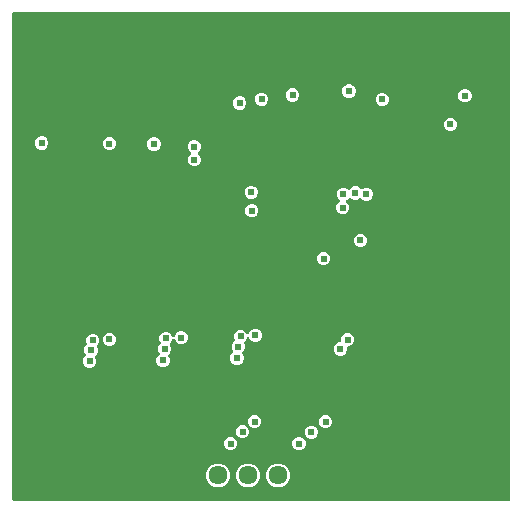
<source format=gbr>
G04 EAGLE Gerber RS-274X export*
G75*
%MOMM*%
%FSLAX34Y34*%
%LPD*%
%INCopper Layer 15*%
%IPPOS*%
%AMOC8*
5,1,8,0,0,1.08239X$1,22.5*%
G01*
%ADD10C,1.616000*%
%ADD11C,0.610000*%

G36*
X424684Y4010D02*
X424684Y4010D01*
X424748Y4009D01*
X424823Y4030D01*
X424899Y4041D01*
X424958Y4067D01*
X425020Y4084D01*
X425086Y4125D01*
X425156Y4157D01*
X425205Y4199D01*
X425260Y4232D01*
X425312Y4290D01*
X425370Y4340D01*
X425406Y4394D01*
X425449Y4442D01*
X425482Y4511D01*
X425525Y4576D01*
X425544Y4638D01*
X425572Y4695D01*
X425583Y4765D01*
X425607Y4846D01*
X425608Y4931D01*
X425619Y5000D01*
X425619Y417000D01*
X425610Y417064D01*
X425611Y417128D01*
X425590Y417203D01*
X425579Y417279D01*
X425553Y417338D01*
X425536Y417400D01*
X425495Y417466D01*
X425463Y417536D01*
X425421Y417585D01*
X425388Y417640D01*
X425330Y417692D01*
X425280Y417750D01*
X425226Y417786D01*
X425178Y417829D01*
X425109Y417862D01*
X425044Y417905D01*
X424982Y417924D01*
X424925Y417952D01*
X424855Y417963D01*
X424774Y417987D01*
X424689Y417988D01*
X424620Y417999D01*
X5000Y417999D01*
X4936Y417990D01*
X4872Y417991D01*
X4797Y417970D01*
X4721Y417959D01*
X4662Y417933D01*
X4600Y417916D01*
X4534Y417875D01*
X4464Y417843D01*
X4415Y417801D01*
X4360Y417768D01*
X4308Y417710D01*
X4250Y417660D01*
X4214Y417606D01*
X4171Y417558D01*
X4138Y417489D01*
X4095Y417424D01*
X4076Y417362D01*
X4048Y417305D01*
X4037Y417235D01*
X4013Y417154D01*
X4012Y417069D01*
X4001Y417000D01*
X4001Y5000D01*
X4010Y4936D01*
X4009Y4872D01*
X4030Y4797D01*
X4041Y4721D01*
X4067Y4662D01*
X4084Y4600D01*
X4125Y4534D01*
X4157Y4464D01*
X4199Y4415D01*
X4232Y4360D01*
X4290Y4308D01*
X4340Y4250D01*
X4394Y4214D01*
X4442Y4171D01*
X4511Y4138D01*
X4576Y4095D01*
X4638Y4076D01*
X4695Y4048D01*
X4765Y4037D01*
X4846Y4013D01*
X4931Y4012D01*
X5000Y4001D01*
X424620Y4001D01*
X424684Y4010D01*
G37*
%LPC*%
G36*
X282655Y246675D02*
X282655Y246675D01*
X280600Y247526D01*
X279027Y249099D01*
X278176Y251153D01*
X278176Y253378D01*
X279027Y255432D01*
X280600Y257005D01*
X280783Y257081D01*
X280885Y257141D01*
X280990Y257197D01*
X281006Y257213D01*
X281026Y257225D01*
X281107Y257311D01*
X281192Y257394D01*
X281203Y257414D01*
X281219Y257430D01*
X281272Y257536D01*
X281331Y257639D01*
X281336Y257662D01*
X281347Y257682D01*
X281369Y257798D01*
X281396Y257914D01*
X281395Y257937D01*
X281399Y257959D01*
X281388Y258076D01*
X281382Y258195D01*
X281374Y258217D01*
X281372Y258240D01*
X281328Y258350D01*
X281289Y258462D01*
X281276Y258479D01*
X281267Y258502D01*
X281152Y258649D01*
X281107Y258711D01*
X279395Y260423D01*
X278544Y262478D01*
X278544Y264702D01*
X279395Y266757D01*
X280968Y268329D01*
X283023Y269181D01*
X285247Y269181D01*
X287302Y268329D01*
X288032Y267599D01*
X288083Y267561D01*
X288128Y267515D01*
X288196Y267476D01*
X288257Y267430D01*
X288318Y267407D01*
X288374Y267376D01*
X288449Y267358D01*
X288521Y267330D01*
X288585Y267325D01*
X288648Y267311D01*
X288725Y267315D01*
X288803Y267309D01*
X288865Y267322D01*
X288930Y267325D01*
X289003Y267350D01*
X289079Y267366D01*
X289135Y267396D01*
X289196Y267418D01*
X289253Y267459D01*
X289328Y267499D01*
X289388Y267558D01*
X289445Y267599D01*
X291096Y269250D01*
X293151Y270101D01*
X295375Y270101D01*
X297430Y269250D01*
X298667Y268013D01*
X298719Y267974D01*
X298763Y267928D01*
X298831Y267890D01*
X298893Y267843D01*
X298953Y267821D01*
X299009Y267789D01*
X299084Y267771D01*
X299157Y267744D01*
X299221Y267739D01*
X299283Y267724D01*
X299361Y267728D01*
X299438Y267722D01*
X299501Y267735D01*
X299565Y267738D01*
X299638Y267764D01*
X299714Y267780D01*
X299771Y267810D01*
X299831Y267831D01*
X299888Y267872D01*
X299963Y267912D01*
X300024Y267971D01*
X300080Y268013D01*
X300435Y268367D01*
X302490Y269218D01*
X304714Y269218D01*
X306769Y268367D01*
X308341Y266795D01*
X309193Y264740D01*
X309193Y262516D01*
X308341Y260461D01*
X306769Y258888D01*
X304714Y258037D01*
X302490Y258037D01*
X300435Y258888D01*
X299197Y260126D01*
X299146Y260164D01*
X299101Y260210D01*
X299034Y260248D01*
X298972Y260295D01*
X298912Y260317D01*
X298856Y260349D01*
X298780Y260367D01*
X298708Y260394D01*
X298644Y260399D01*
X298581Y260414D01*
X298504Y260410D01*
X298427Y260416D01*
X298364Y260403D01*
X298300Y260400D01*
X298227Y260374D01*
X298151Y260359D01*
X298094Y260328D01*
X298033Y260307D01*
X297977Y260266D01*
X297902Y260226D01*
X297841Y260167D01*
X297784Y260126D01*
X297430Y259771D01*
X295375Y258920D01*
X293151Y258920D01*
X291096Y259771D01*
X290366Y260501D01*
X290314Y260540D01*
X290270Y260586D01*
X290202Y260624D01*
X290140Y260670D01*
X290080Y260693D01*
X290024Y260725D01*
X289949Y260743D01*
X289876Y260770D01*
X289812Y260775D01*
X289750Y260790D01*
X289672Y260786D01*
X289595Y260792D01*
X289532Y260779D01*
X289468Y260775D01*
X289395Y260750D01*
X289319Y260734D01*
X289262Y260704D01*
X289202Y260683D01*
X289145Y260641D01*
X289070Y260602D01*
X289009Y260542D01*
X288953Y260501D01*
X287302Y258850D01*
X287118Y258774D01*
X287016Y258714D01*
X286912Y258658D01*
X286895Y258642D01*
X286876Y258631D01*
X286795Y258544D01*
X286710Y258461D01*
X286698Y258442D01*
X286683Y258425D01*
X286629Y258319D01*
X286570Y258216D01*
X286565Y258194D01*
X286555Y258174D01*
X286533Y258057D01*
X286506Y257942D01*
X286507Y257919D01*
X286502Y257896D01*
X286514Y257779D01*
X286520Y257660D01*
X286527Y257638D01*
X286530Y257616D01*
X286573Y257506D01*
X286612Y257393D01*
X286625Y257376D01*
X286634Y257354D01*
X286749Y257206D01*
X286767Y257182D01*
X286774Y257171D01*
X286778Y257167D01*
X286794Y257144D01*
X288506Y255432D01*
X289357Y253378D01*
X289357Y251153D01*
X288506Y249099D01*
X286934Y247526D01*
X284879Y246675D01*
X282655Y246675D01*
G37*
%LPD*%
%LPC*%
G36*
X192934Y119209D02*
X192934Y119209D01*
X190879Y120060D01*
X189306Y121632D01*
X188455Y123687D01*
X188455Y125911D01*
X189306Y127966D01*
X190739Y129399D01*
X190778Y129451D01*
X190824Y129495D01*
X190862Y129563D01*
X190908Y129625D01*
X190931Y129685D01*
X190963Y129741D01*
X190980Y129816D01*
X191008Y129889D01*
X191013Y129953D01*
X191028Y130015D01*
X191024Y130093D01*
X191030Y130170D01*
X191017Y130233D01*
X191013Y130297D01*
X190988Y130370D01*
X190972Y130446D01*
X190942Y130503D01*
X190921Y130563D01*
X190879Y130620D01*
X190840Y130695D01*
X190780Y130756D01*
X190739Y130812D01*
X190329Y131222D01*
X189478Y133277D01*
X189478Y135501D01*
X190329Y137556D01*
X191973Y139200D01*
X191980Y139205D01*
X192022Y139250D01*
X192024Y139252D01*
X192075Y139291D01*
X192120Y139354D01*
X192173Y139410D01*
X192202Y139468D01*
X192240Y139520D01*
X192265Y139593D01*
X192301Y139662D01*
X192313Y139725D01*
X192334Y139785D01*
X192339Y139863D01*
X192353Y139939D01*
X192347Y140003D01*
X192351Y140067D01*
X192334Y140135D01*
X192326Y140220D01*
X192295Y140298D01*
X192278Y140366D01*
X191563Y142091D01*
X191563Y144316D01*
X192415Y146371D01*
X193987Y147943D01*
X196042Y148794D01*
X198266Y148794D01*
X200321Y147943D01*
X201894Y146370D01*
X202319Y145345D01*
X202335Y145317D01*
X202345Y145286D01*
X202407Y145196D01*
X202462Y145102D01*
X202486Y145080D01*
X202504Y145053D01*
X202588Y144984D01*
X202668Y144909D01*
X202697Y144894D01*
X202722Y144874D01*
X202822Y144831D01*
X202919Y144781D01*
X202951Y144775D01*
X202981Y144763D01*
X203089Y144749D01*
X203196Y144729D01*
X203229Y144732D01*
X203261Y144728D01*
X203368Y144745D01*
X203477Y144756D01*
X203507Y144768D01*
X203539Y144773D01*
X203638Y144820D01*
X203739Y144860D01*
X203765Y144880D01*
X203794Y144894D01*
X203875Y144967D01*
X203961Y145034D01*
X203980Y145060D01*
X204004Y145082D01*
X204052Y145159D01*
X204127Y145263D01*
X204143Y145308D01*
X204165Y145345D01*
X204985Y147325D01*
X206558Y148898D01*
X208613Y149749D01*
X210837Y149749D01*
X212892Y148898D01*
X214464Y147325D01*
X215316Y145270D01*
X215316Y143046D01*
X214464Y140991D01*
X212892Y139419D01*
X210837Y138568D01*
X208613Y138568D01*
X206558Y139419D01*
X204985Y140991D01*
X204560Y142017D01*
X204544Y142045D01*
X204534Y142076D01*
X204472Y142166D01*
X204417Y142260D01*
X204393Y142282D01*
X204375Y142309D01*
X204291Y142378D01*
X204211Y142453D01*
X204182Y142467D01*
X204157Y142488D01*
X204057Y142531D01*
X203960Y142580D01*
X203928Y142586D01*
X203898Y142599D01*
X203790Y142613D01*
X203683Y142633D01*
X203650Y142630D01*
X203618Y142634D01*
X203511Y142616D01*
X203402Y142606D01*
X203372Y142594D01*
X203340Y142589D01*
X203241Y142542D01*
X203140Y142501D01*
X203114Y142482D01*
X203085Y142468D01*
X203004Y142395D01*
X202918Y142328D01*
X202899Y142302D01*
X202875Y142280D01*
X202827Y142203D01*
X202752Y142099D01*
X202736Y142053D01*
X202714Y142017D01*
X201894Y140037D01*
X200250Y138393D01*
X200244Y138389D01*
X200202Y138345D01*
X200198Y138341D01*
X200148Y138302D01*
X200103Y138240D01*
X200051Y138184D01*
X200021Y138126D01*
X199983Y138073D01*
X199957Y138001D01*
X199922Y137933D01*
X199910Y137869D01*
X199889Y137808D01*
X199884Y137731D01*
X199870Y137655D01*
X199876Y137591D01*
X199872Y137526D01*
X199889Y137458D01*
X199896Y137375D01*
X199928Y137295D01*
X199945Y137227D01*
X200659Y135501D01*
X200659Y133277D01*
X199808Y131222D01*
X198375Y129789D01*
X198337Y129738D01*
X198290Y129693D01*
X198252Y129626D01*
X198206Y129564D01*
X198183Y129504D01*
X198151Y129448D01*
X198134Y129372D01*
X198106Y129300D01*
X198101Y129236D01*
X198086Y129173D01*
X198090Y129096D01*
X198084Y129019D01*
X198098Y128956D01*
X198101Y128892D01*
X198126Y128818D01*
X198142Y128743D01*
X198172Y128686D01*
X198193Y128625D01*
X198235Y128569D01*
X198275Y128494D01*
X198334Y128433D01*
X198375Y128376D01*
X198785Y127966D01*
X199636Y125911D01*
X199636Y123687D01*
X198785Y121632D01*
X197213Y120060D01*
X195158Y119209D01*
X192934Y119209D01*
G37*
%LPD*%
%LPC*%
G36*
X130404Y117354D02*
X130404Y117354D01*
X128349Y118206D01*
X126777Y119778D01*
X125925Y121833D01*
X125925Y124057D01*
X126777Y126112D01*
X128402Y127737D01*
X128440Y127788D01*
X128486Y127833D01*
X128524Y127901D01*
X128571Y127963D01*
X128593Y128023D01*
X128625Y128079D01*
X128643Y128154D01*
X128670Y128226D01*
X128675Y128290D01*
X128690Y128353D01*
X128686Y128430D01*
X128692Y128508D01*
X128679Y128571D01*
X128676Y128635D01*
X128650Y128708D01*
X128635Y128784D01*
X128604Y128840D01*
X128583Y128901D01*
X128542Y128958D01*
X128502Y129033D01*
X128443Y129093D01*
X128401Y129150D01*
X128183Y129368D01*
X127332Y131423D01*
X127332Y133647D01*
X128183Y135702D01*
X129317Y136836D01*
X129356Y136888D01*
X129402Y136932D01*
X129440Y137000D01*
X129487Y137062D01*
X129509Y137122D01*
X129541Y137178D01*
X129559Y137253D01*
X129586Y137326D01*
X129591Y137390D01*
X129606Y137452D01*
X129602Y137530D01*
X129608Y137607D01*
X129595Y137670D01*
X129591Y137734D01*
X129566Y137807D01*
X129550Y137883D01*
X129520Y137940D01*
X129499Y138000D01*
X129458Y138057D01*
X129418Y138132D01*
X129359Y138193D01*
X129317Y138249D01*
X129133Y138433D01*
X128282Y140488D01*
X128282Y142712D01*
X129133Y144767D01*
X130706Y146340D01*
X132761Y147191D01*
X134985Y147191D01*
X137040Y146340D01*
X138613Y144767D01*
X139342Y143006D01*
X139386Y142931D01*
X139422Y142852D01*
X139458Y142811D01*
X139486Y142763D01*
X139549Y142704D01*
X139605Y142638D01*
X139651Y142608D01*
X139691Y142570D01*
X139769Y142531D01*
X139841Y142483D01*
X139894Y142467D01*
X139943Y142443D01*
X140028Y142426D01*
X140111Y142401D01*
X140166Y142400D01*
X140220Y142390D01*
X140306Y142399D01*
X140393Y142397D01*
X140446Y142412D01*
X140501Y142417D01*
X140581Y142449D01*
X140665Y142473D01*
X140712Y142501D01*
X140763Y142522D01*
X140831Y142575D01*
X140905Y142621D01*
X140942Y142661D01*
X140985Y142695D01*
X141036Y142766D01*
X141094Y142830D01*
X141118Y142879D01*
X141150Y142924D01*
X141179Y143006D01*
X141217Y143084D01*
X141225Y143134D01*
X141244Y143190D01*
X141246Y143221D01*
X142116Y145319D01*
X143688Y146892D01*
X145743Y147743D01*
X147967Y147743D01*
X150022Y146892D01*
X151595Y145319D01*
X152446Y143265D01*
X152446Y141040D01*
X151595Y138986D01*
X150022Y137413D01*
X147967Y136562D01*
X145743Y136562D01*
X143688Y137413D01*
X142116Y138986D01*
X141386Y140747D01*
X141342Y140821D01*
X141306Y140900D01*
X141271Y140942D01*
X141243Y140989D01*
X141179Y141049D01*
X141123Y141115D01*
X141077Y141145D01*
X141037Y141182D01*
X140960Y141222D01*
X140887Y141269D01*
X140834Y141285D01*
X140785Y141310D01*
X140700Y141326D01*
X140617Y141352D01*
X140562Y141352D01*
X140508Y141362D01*
X140422Y141354D01*
X140335Y141355D01*
X140282Y141341D01*
X140228Y141335D01*
X140147Y141303D01*
X140063Y141280D01*
X140016Y141251D01*
X139966Y141231D01*
X139897Y141178D01*
X139823Y141132D01*
X139787Y141091D01*
X139743Y141057D01*
X139692Y140987D01*
X139634Y140923D01*
X139610Y140873D01*
X139578Y140829D01*
X139549Y140747D01*
X139511Y140669D01*
X139503Y140618D01*
X139484Y140563D01*
X139482Y140532D01*
X138613Y138433D01*
X137479Y137299D01*
X137440Y137248D01*
X137394Y137203D01*
X137356Y137136D01*
X137309Y137074D01*
X137287Y137013D01*
X137255Y136958D01*
X137237Y136882D01*
X137210Y136810D01*
X137205Y136746D01*
X137190Y136683D01*
X137194Y136606D01*
X137188Y136529D01*
X137201Y136466D01*
X137204Y136401D01*
X137230Y136328D01*
X137246Y136252D01*
X137276Y136196D01*
X137297Y136135D01*
X137338Y136078D01*
X137378Y136003D01*
X137437Y135943D01*
X137479Y135886D01*
X137662Y135702D01*
X138514Y133647D01*
X138514Y131423D01*
X137662Y129368D01*
X136038Y127744D01*
X135999Y127692D01*
X135953Y127647D01*
X135915Y127580D01*
X135868Y127518D01*
X135846Y127458D01*
X135814Y127402D01*
X135796Y127326D01*
X135769Y127254D01*
X135764Y127190D01*
X135749Y127127D01*
X135753Y127050D01*
X135747Y126973D01*
X135760Y126910D01*
X135763Y126846D01*
X135789Y126773D01*
X135804Y126697D01*
X135835Y126640D01*
X135856Y126579D01*
X135897Y126523D01*
X135937Y126448D01*
X135996Y126387D01*
X136038Y126330D01*
X136256Y126112D01*
X137107Y124057D01*
X137107Y121833D01*
X136256Y119778D01*
X134683Y118206D01*
X132628Y117354D01*
X130404Y117354D01*
G37*
%LPD*%
%LPC*%
G36*
X226800Y15319D02*
X226800Y15319D01*
X223095Y16854D01*
X220259Y19690D01*
X218725Y23395D01*
X218725Y27405D01*
X220259Y31110D01*
X223095Y33946D01*
X226800Y35481D01*
X230811Y35481D01*
X234516Y33946D01*
X237351Y31110D01*
X238886Y27405D01*
X238886Y23395D01*
X237351Y19690D01*
X234516Y16854D01*
X230811Y15319D01*
X226800Y15319D01*
G37*
%LPD*%
%LPC*%
G36*
X201400Y15319D02*
X201400Y15319D01*
X197695Y16854D01*
X194859Y19690D01*
X193325Y23395D01*
X193325Y27405D01*
X194859Y31110D01*
X197695Y33946D01*
X201400Y35481D01*
X205411Y35481D01*
X209116Y33946D01*
X211951Y31110D01*
X213486Y27405D01*
X213486Y23395D01*
X211951Y19690D01*
X209116Y16854D01*
X205411Y15319D01*
X201400Y15319D01*
G37*
%LPD*%
%LPC*%
G36*
X176000Y15319D02*
X176000Y15319D01*
X172295Y16854D01*
X169459Y19690D01*
X167925Y23395D01*
X167925Y27405D01*
X169459Y31110D01*
X172295Y33946D01*
X176000Y35481D01*
X180011Y35481D01*
X183716Y33946D01*
X186551Y31110D01*
X188086Y27405D01*
X188086Y23395D01*
X186551Y19690D01*
X183716Y16854D01*
X180011Y15319D01*
X176000Y15319D01*
G37*
%LPD*%
%LPC*%
G36*
X68208Y116564D02*
X68208Y116564D01*
X66153Y117416D01*
X64580Y118988D01*
X63729Y121043D01*
X63729Y123267D01*
X64580Y125322D01*
X65940Y126682D01*
X65978Y126733D01*
X66024Y126778D01*
X66062Y126845D01*
X66109Y126907D01*
X66132Y126967D01*
X66163Y127023D01*
X66181Y127099D01*
X66208Y127171D01*
X66213Y127235D01*
X66228Y127298D01*
X66224Y127375D01*
X66230Y127452D01*
X66217Y127515D01*
X66214Y127579D01*
X66188Y127653D01*
X66173Y127728D01*
X66142Y127785D01*
X66121Y127846D01*
X66080Y127902D01*
X66040Y127977D01*
X65981Y128038D01*
X65940Y128095D01*
X65712Y128323D01*
X64861Y130377D01*
X64861Y132602D01*
X65712Y134656D01*
X66994Y135939D01*
X67000Y135946D01*
X67007Y135952D01*
X67084Y136059D01*
X67163Y136164D01*
X67167Y136173D01*
X67172Y136181D01*
X67216Y136305D01*
X67263Y136428D01*
X67263Y136438D01*
X67267Y136447D01*
X67274Y136578D01*
X67285Y136709D01*
X67283Y136719D01*
X67283Y136728D01*
X67265Y136803D01*
X67227Y136985D01*
X67216Y137007D01*
X67211Y137028D01*
X66502Y138739D01*
X66502Y140963D01*
X67353Y143018D01*
X68926Y144590D01*
X70981Y145442D01*
X73205Y145442D01*
X75260Y144590D01*
X76832Y143018D01*
X77683Y140963D01*
X77683Y138739D01*
X76832Y136684D01*
X75550Y135402D01*
X75544Y135394D01*
X75537Y135388D01*
X75460Y135281D01*
X75381Y135176D01*
X75377Y135167D01*
X75372Y135160D01*
X75328Y135036D01*
X75281Y134912D01*
X75280Y134903D01*
X75277Y134894D01*
X75269Y134762D01*
X75259Y134631D01*
X75261Y134622D01*
X75261Y134612D01*
X75279Y134537D01*
X75317Y134355D01*
X75328Y134334D01*
X75333Y134313D01*
X76042Y132602D01*
X76042Y130377D01*
X75191Y128323D01*
X73831Y126963D01*
X73793Y126912D01*
X73747Y126867D01*
X73709Y126799D01*
X73662Y126738D01*
X73639Y126678D01*
X73608Y126622D01*
X73590Y126546D01*
X73563Y126474D01*
X73558Y126410D01*
X73543Y126347D01*
X73547Y126270D01*
X73541Y126193D01*
X73554Y126130D01*
X73557Y126065D01*
X73583Y125992D01*
X73598Y125916D01*
X73629Y125860D01*
X73650Y125799D01*
X73691Y125742D01*
X73731Y125667D01*
X73790Y125607D01*
X73831Y125550D01*
X74059Y125322D01*
X74910Y123267D01*
X74910Y121043D01*
X74059Y118988D01*
X72487Y117416D01*
X70432Y116564D01*
X68208Y116564D01*
G37*
%LPD*%
%LPC*%
G36*
X156898Y287022D02*
X156898Y287022D01*
X154843Y287873D01*
X153270Y289446D01*
X152419Y291501D01*
X152419Y293725D01*
X153270Y295780D01*
X154912Y297421D01*
X154983Y297516D01*
X155058Y297608D01*
X155067Y297629D01*
X155081Y297647D01*
X155123Y297758D01*
X155170Y297867D01*
X155173Y297889D01*
X155181Y297911D01*
X155190Y298029D01*
X155204Y298147D01*
X155201Y298169D01*
X155202Y298192D01*
X155178Y298308D01*
X155159Y298425D01*
X155149Y298446D01*
X155145Y298468D01*
X155089Y298573D01*
X155038Y298680D01*
X155023Y298697D01*
X155012Y298717D01*
X154929Y298802D01*
X154851Y298891D01*
X154832Y298902D01*
X154816Y298919D01*
X154724Y298971D01*
X153111Y300584D01*
X152260Y302639D01*
X152260Y304863D01*
X153111Y306918D01*
X154684Y308490D01*
X156739Y309341D01*
X158963Y309341D01*
X161018Y308490D01*
X162590Y306918D01*
X163441Y304863D01*
X163441Y302639D01*
X162590Y300584D01*
X160949Y298942D01*
X160877Y298847D01*
X160802Y298756D01*
X160793Y298735D01*
X160779Y298717D01*
X160737Y298605D01*
X160691Y298496D01*
X160688Y298474D01*
X160680Y298453D01*
X160671Y298334D01*
X160656Y298217D01*
X160660Y298194D01*
X160658Y298172D01*
X160682Y298056D01*
X160701Y297938D01*
X160711Y297918D01*
X160716Y297895D01*
X160771Y297791D01*
X160822Y297683D01*
X160837Y297667D01*
X160848Y297646D01*
X160931Y297561D01*
X161010Y297473D01*
X161028Y297462D01*
X161045Y297444D01*
X161136Y297393D01*
X162749Y295780D01*
X163600Y293725D01*
X163600Y291501D01*
X162749Y289446D01*
X161177Y287873D01*
X159122Y287022D01*
X156898Y287022D01*
G37*
%LPD*%
%LPC*%
G36*
X280629Y126987D02*
X280629Y126987D01*
X278574Y127838D01*
X277001Y129411D01*
X276150Y131465D01*
X276150Y133690D01*
X277001Y135744D01*
X278574Y137317D01*
X280629Y138168D01*
X281186Y138168D01*
X281249Y138177D01*
X281314Y138176D01*
X281388Y138197D01*
X281465Y138208D01*
X281523Y138234D01*
X281585Y138252D01*
X281651Y138292D01*
X281722Y138324D01*
X281771Y138366D01*
X281825Y138400D01*
X281877Y138457D01*
X281936Y138508D01*
X281971Y138561D01*
X282014Y138609D01*
X282048Y138679D01*
X282091Y138744D01*
X282109Y138805D01*
X282137Y138863D01*
X282148Y138932D01*
X282173Y139013D01*
X282174Y139098D01*
X282185Y139167D01*
X282185Y141575D01*
X283036Y143630D01*
X284609Y145203D01*
X286664Y146054D01*
X288888Y146054D01*
X290943Y145203D01*
X292515Y143630D01*
X293366Y141575D01*
X293366Y139351D01*
X292515Y137296D01*
X290943Y135724D01*
X288888Y134872D01*
X288331Y134872D01*
X288267Y134863D01*
X288203Y134864D01*
X288128Y134843D01*
X288052Y134833D01*
X287993Y134806D01*
X287931Y134789D01*
X287865Y134748D01*
X287795Y134716D01*
X287746Y134675D01*
X287691Y134641D01*
X287639Y134583D01*
X287581Y134533D01*
X287545Y134479D01*
X287502Y134431D01*
X287469Y134362D01*
X287426Y134297D01*
X287407Y134235D01*
X287379Y134178D01*
X287368Y134108D01*
X287344Y134027D01*
X287343Y133943D01*
X287332Y133873D01*
X287332Y131465D01*
X286481Y129411D01*
X284908Y127838D01*
X282853Y126987D01*
X280629Y126987D01*
G37*
%LPD*%
%LPC*%
G36*
X287757Y345260D02*
X287757Y345260D01*
X285702Y346111D01*
X284129Y347684D01*
X283278Y349739D01*
X283278Y351963D01*
X284129Y354018D01*
X285702Y355590D01*
X287757Y356442D01*
X289981Y356442D01*
X292036Y355590D01*
X293609Y354018D01*
X294460Y351963D01*
X294460Y349739D01*
X293609Y347684D01*
X292036Y346111D01*
X289981Y345260D01*
X287757Y345260D01*
G37*
%LPD*%
%LPC*%
G36*
X240198Y342043D02*
X240198Y342043D01*
X238143Y342894D01*
X236570Y344467D01*
X235719Y346522D01*
X235719Y348746D01*
X236570Y350801D01*
X238143Y352373D01*
X240198Y353224D01*
X242422Y353224D01*
X244477Y352373D01*
X246049Y350801D01*
X246901Y348746D01*
X246901Y346522D01*
X246049Y344467D01*
X244477Y342894D01*
X242422Y342043D01*
X240198Y342043D01*
G37*
%LPD*%
%LPC*%
G36*
X386052Y341214D02*
X386052Y341214D01*
X383997Y342066D01*
X382424Y343638D01*
X381573Y345693D01*
X381573Y347917D01*
X382424Y349972D01*
X383997Y351545D01*
X386052Y352396D01*
X388276Y352396D01*
X390331Y351545D01*
X391903Y349972D01*
X392754Y347917D01*
X392754Y345693D01*
X391903Y343638D01*
X390331Y342066D01*
X388276Y341214D01*
X386052Y341214D01*
G37*
%LPD*%
%LPC*%
G36*
X213969Y338466D02*
X213969Y338466D01*
X211914Y339317D01*
X210341Y340890D01*
X209490Y342945D01*
X209490Y345169D01*
X210341Y347224D01*
X211914Y348797D01*
X213969Y349648D01*
X216193Y349648D01*
X218248Y348797D01*
X219820Y347224D01*
X220671Y345169D01*
X220671Y342945D01*
X219820Y340890D01*
X218248Y339317D01*
X216193Y338466D01*
X213969Y338466D01*
G37*
%LPD*%
%LPC*%
G36*
X315893Y338282D02*
X315893Y338282D01*
X313838Y339133D01*
X312265Y340706D01*
X311414Y342761D01*
X311414Y344985D01*
X312265Y347040D01*
X313838Y348612D01*
X315893Y349464D01*
X318117Y349464D01*
X320172Y348612D01*
X321744Y347040D01*
X322595Y344985D01*
X322595Y342761D01*
X321744Y340706D01*
X320172Y339133D01*
X318117Y338282D01*
X315893Y338282D01*
G37*
%LPD*%
%LPC*%
G36*
X195390Y335257D02*
X195390Y335257D01*
X193335Y336108D01*
X191762Y337681D01*
X190911Y339736D01*
X190911Y341960D01*
X191762Y344015D01*
X193335Y345587D01*
X195390Y346438D01*
X197614Y346438D01*
X199669Y345587D01*
X201242Y344015D01*
X202093Y341960D01*
X202093Y339736D01*
X201242Y337681D01*
X199669Y336108D01*
X197614Y335257D01*
X195390Y335257D01*
G37*
%LPD*%
%LPC*%
G36*
X373677Y317129D02*
X373677Y317129D01*
X371622Y317980D01*
X370049Y319553D01*
X369198Y321608D01*
X369198Y323832D01*
X370049Y325887D01*
X371622Y327460D01*
X373677Y328311D01*
X375901Y328311D01*
X377956Y327460D01*
X379528Y325887D01*
X380379Y323832D01*
X380379Y321608D01*
X379528Y319553D01*
X377956Y317980D01*
X375901Y317129D01*
X373677Y317129D01*
G37*
%LPD*%
%LPC*%
G36*
X27792Y301340D02*
X27792Y301340D01*
X25737Y302191D01*
X24165Y303764D01*
X23313Y305818D01*
X23313Y308043D01*
X24165Y310098D01*
X25737Y311670D01*
X27792Y312521D01*
X30016Y312521D01*
X32071Y311670D01*
X33644Y310098D01*
X34495Y308043D01*
X34495Y305818D01*
X33644Y303764D01*
X32071Y302191D01*
X30016Y301340D01*
X27792Y301340D01*
G37*
%LPD*%
%LPC*%
G36*
X84833Y300771D02*
X84833Y300771D01*
X82778Y301622D01*
X81206Y303195D01*
X80354Y305250D01*
X80354Y307474D01*
X81206Y309529D01*
X82778Y311101D01*
X84833Y311953D01*
X87057Y311953D01*
X89112Y311101D01*
X90685Y309529D01*
X91536Y307474D01*
X91536Y305250D01*
X90685Y303195D01*
X89112Y301622D01*
X87057Y300771D01*
X84833Y300771D01*
G37*
%LPD*%
%LPC*%
G36*
X122649Y300542D02*
X122649Y300542D01*
X120594Y301393D01*
X119021Y302966D01*
X118170Y305021D01*
X118170Y307245D01*
X119021Y309300D01*
X120594Y310872D01*
X122649Y311723D01*
X124873Y311723D01*
X126928Y310872D01*
X128501Y309300D01*
X129352Y307245D01*
X129352Y305021D01*
X128501Y302966D01*
X126928Y301393D01*
X124873Y300542D01*
X122649Y300542D01*
G37*
%LPD*%
%LPC*%
G36*
X204953Y259736D02*
X204953Y259736D01*
X202899Y260587D01*
X201326Y262159D01*
X200475Y264214D01*
X200475Y266438D01*
X201326Y268493D01*
X202899Y270066D01*
X204953Y270917D01*
X207178Y270917D01*
X209232Y270066D01*
X210805Y268493D01*
X211656Y266438D01*
X211656Y264214D01*
X210805Y262159D01*
X209232Y260587D01*
X207178Y259736D01*
X204953Y259736D01*
G37*
%LPD*%
%LPC*%
G36*
X205590Y243913D02*
X205590Y243913D01*
X203535Y244764D01*
X201963Y246337D01*
X201111Y248391D01*
X201111Y250616D01*
X201963Y252670D01*
X203535Y254243D01*
X205590Y255094D01*
X207814Y255094D01*
X209869Y254243D01*
X211442Y252670D01*
X212293Y250616D01*
X212293Y248391D01*
X211442Y246337D01*
X209869Y244764D01*
X207814Y243913D01*
X205590Y243913D01*
G37*
%LPD*%
%LPC*%
G36*
X297386Y218778D02*
X297386Y218778D01*
X295331Y219629D01*
X293759Y221202D01*
X292907Y223257D01*
X292907Y225481D01*
X293759Y227536D01*
X295331Y229109D01*
X297386Y229960D01*
X299610Y229960D01*
X301665Y229109D01*
X303238Y227536D01*
X304089Y225481D01*
X304089Y223257D01*
X303238Y221202D01*
X301665Y219629D01*
X299610Y218778D01*
X297386Y218778D01*
G37*
%LPD*%
%LPC*%
G36*
X266375Y203486D02*
X266375Y203486D01*
X264320Y204338D01*
X262747Y205910D01*
X261896Y207965D01*
X261896Y210189D01*
X262747Y212244D01*
X264320Y213817D01*
X266375Y214668D01*
X268599Y214668D01*
X270654Y213817D01*
X272226Y212244D01*
X273077Y210189D01*
X273077Y207965D01*
X272226Y205910D01*
X270654Y204338D01*
X268599Y203486D01*
X266375Y203486D01*
G37*
%LPD*%
%LPC*%
G36*
X84975Y135089D02*
X84975Y135089D01*
X82921Y135940D01*
X81348Y137512D01*
X80497Y139567D01*
X80497Y141791D01*
X81348Y143846D01*
X82921Y145419D01*
X84975Y146270D01*
X87200Y146270D01*
X89254Y145419D01*
X90827Y143846D01*
X91678Y141791D01*
X91678Y139567D01*
X90827Y137512D01*
X89254Y135940D01*
X87200Y135089D01*
X84975Y135089D01*
G37*
%LPD*%
%LPC*%
G36*
X207883Y65495D02*
X207883Y65495D01*
X205828Y66346D01*
X204256Y67919D01*
X203404Y69973D01*
X203404Y72198D01*
X204256Y74252D01*
X205828Y75825D01*
X207883Y76676D01*
X210107Y76676D01*
X212162Y75825D01*
X213735Y74252D01*
X214586Y72198D01*
X214586Y69973D01*
X213735Y67919D01*
X212162Y66346D01*
X210107Y65495D01*
X207883Y65495D01*
G37*
%LPD*%
%LPC*%
G36*
X268147Y65252D02*
X268147Y65252D01*
X266092Y66103D01*
X264520Y67676D01*
X263669Y69731D01*
X263669Y71955D01*
X264520Y74010D01*
X266092Y75582D01*
X268147Y76434D01*
X270371Y76434D01*
X272426Y75582D01*
X273999Y74010D01*
X274850Y71955D01*
X274850Y69731D01*
X273999Y67676D01*
X272426Y66103D01*
X270371Y65252D01*
X268147Y65252D01*
G37*
%LPD*%
%LPC*%
G36*
X197822Y56736D02*
X197822Y56736D01*
X195767Y57587D01*
X194195Y59159D01*
X193344Y61214D01*
X193344Y63438D01*
X194195Y65493D01*
X195767Y67066D01*
X197822Y67917D01*
X200046Y67917D01*
X202101Y67066D01*
X203674Y65493D01*
X204525Y63438D01*
X204525Y61214D01*
X203674Y59159D01*
X202101Y57587D01*
X200046Y56736D01*
X197822Y56736D01*
G37*
%LPD*%
%LPC*%
G36*
X256036Y56507D02*
X256036Y56507D01*
X253981Y57358D01*
X252408Y58930D01*
X251557Y60985D01*
X251557Y63209D01*
X252408Y65264D01*
X253981Y66837D01*
X256036Y67688D01*
X258260Y67688D01*
X260315Y66837D01*
X261888Y65264D01*
X262739Y63209D01*
X262739Y60985D01*
X261888Y58930D01*
X260315Y57358D01*
X258260Y56507D01*
X256036Y56507D01*
G37*
%LPD*%
%LPC*%
G36*
X245493Y46883D02*
X245493Y46883D01*
X243438Y47734D01*
X241866Y49306D01*
X241015Y51361D01*
X241015Y53585D01*
X241866Y55640D01*
X243438Y57213D01*
X245493Y58064D01*
X247717Y58064D01*
X249772Y57213D01*
X251345Y55640D01*
X252196Y53585D01*
X252196Y51361D01*
X251345Y49306D01*
X249772Y47734D01*
X247717Y46883D01*
X245493Y46883D01*
G37*
%LPD*%
%LPC*%
G36*
X187509Y46883D02*
X187509Y46883D01*
X185454Y47734D01*
X183881Y49306D01*
X183030Y51361D01*
X183030Y53585D01*
X183881Y55640D01*
X185454Y57213D01*
X187509Y58064D01*
X189733Y58064D01*
X191788Y57213D01*
X193361Y55640D01*
X194212Y53585D01*
X194212Y51361D01*
X193361Y49306D01*
X191788Y47734D01*
X189733Y46883D01*
X187509Y46883D01*
G37*
%LPD*%
D10*
X254205Y25400D03*
X228805Y25400D03*
X203405Y25400D03*
X178005Y25400D03*
D11*
X374789Y322720D03*
X387164Y346805D03*
X288869Y350851D03*
X317005Y343873D03*
X196502Y340848D03*
X215081Y344057D03*
X284135Y263590D03*
X283767Y252266D03*
X294263Y264511D03*
X303602Y263628D03*
X206702Y249503D03*
X86088Y140679D03*
X72093Y139851D03*
X146855Y142153D03*
X133873Y141600D03*
X209725Y144158D03*
X197154Y143204D03*
X70451Y131490D03*
X69320Y122155D03*
X132923Y132535D03*
X131516Y122945D03*
X195069Y134389D03*
X194046Y124799D03*
X287776Y140463D03*
X281741Y132578D03*
X157851Y303751D03*
X158010Y292613D03*
X206066Y265326D03*
X18010Y410333D03*
X45081Y409891D03*
X69389Y410443D03*
X96128Y410112D03*
X116900Y410001D03*
X143087Y410885D03*
X276401Y326288D03*
X260288Y284950D03*
X250068Y267088D03*
X250621Y250240D03*
X240262Y266858D03*
X238835Y250424D03*
X11892Y196150D03*
X13235Y179143D03*
X76941Y196767D03*
X76275Y180873D03*
X86946Y174443D03*
X87377Y162868D03*
X148144Y162960D03*
X149525Y174192D03*
X137096Y182478D03*
X136635Y197393D03*
X103809Y168942D03*
X41893Y167839D03*
X165304Y171513D03*
X211530Y179300D03*
X197336Y181602D03*
X298876Y140847D03*
X317621Y140427D03*
X337822Y140738D03*
X357332Y139667D03*
X160431Y325890D03*
X158310Y314851D03*
X225366Y109149D03*
X385196Y46874D03*
X129067Y70980D03*
X178554Y81694D03*
X54837Y32812D03*
X15381Y141960D03*
X51493Y268519D03*
X112349Y250439D03*
X156486Y267180D03*
X171198Y355570D03*
X273376Y378152D03*
X345740Y326777D03*
X286890Y336151D03*
X365802Y271198D03*
X241310Y347634D03*
X267487Y209077D03*
X298498Y224369D03*
X123761Y306133D03*
X85945Y306362D03*
X28904Y306931D03*
X208995Y71086D03*
X269259Y70843D03*
X198934Y62326D03*
X257148Y62097D03*
X188621Y52473D03*
X246605Y52473D03*
M02*

</source>
